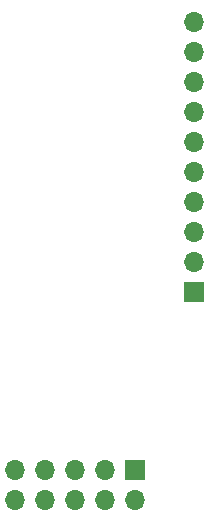
<source format=gbr>
%TF.GenerationSoftware,KiCad,Pcbnew,(6.0.6)*%
%TF.CreationDate,2022-11-26T14:52:17+01:00*%
%TF.ProjectId,wt,77742e6b-6963-4616-945f-706362585858,rev?*%
%TF.SameCoordinates,Original*%
%TF.FileFunction,Soldermask,Bot*%
%TF.FilePolarity,Negative*%
%FSLAX46Y46*%
G04 Gerber Fmt 4.6, Leading zero omitted, Abs format (unit mm)*
G04 Created by KiCad (PCBNEW (6.0.6)) date 2022-11-26 14:52:17*
%MOMM*%
%LPD*%
G01*
G04 APERTURE LIST*
%ADD10R,1.700000X1.700000*%
%ADD11O,1.700000X1.700000*%
G04 APERTURE END LIST*
D10*
%TO.C,J5*%
X118171200Y-30000000D03*
D11*
X118171200Y-27460000D03*
X118171200Y-24920000D03*
X118171200Y-22380000D03*
X118171200Y-19840000D03*
X118171200Y-17300000D03*
X118171200Y-14760000D03*
X118171200Y-12220000D03*
X118171200Y-9680000D03*
X118171200Y-7140000D03*
%TD*%
D10*
%TO.C,J6*%
X113171200Y-45000000D03*
D11*
X113171200Y-47540000D03*
X110631200Y-45000000D03*
X110631200Y-47540000D03*
X108091200Y-45000000D03*
X108091200Y-47540000D03*
X105551200Y-45000000D03*
X105551200Y-47540000D03*
X103011200Y-45000000D03*
X103011200Y-47540000D03*
%TD*%
M02*

</source>
